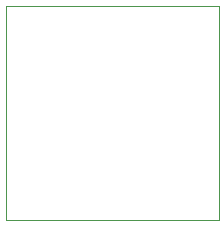
<source format=gbr>
%TF.GenerationSoftware,KiCad,Pcbnew,7.0.5*%
%TF.CreationDate,2023-06-19T13:42:10-05:00*%
%TF.ProjectId,VoidSwitch,566f6964-5377-4697-9463-682e6b696361,rev?*%
%TF.SameCoordinates,Original*%
%TF.FileFunction,Profile,NP*%
%FSLAX46Y46*%
G04 Gerber Fmt 4.6, Leading zero omitted, Abs format (unit mm)*
G04 Created by KiCad (PCBNEW 7.0.5) date 2023-06-19 13:42:10*
%MOMM*%
%LPD*%
G01*
G04 APERTURE LIST*
%TA.AperFunction,Profile*%
%ADD10C,0.100000*%
%TD*%
G04 APERTURE END LIST*
D10*
X139400000Y-87600000D02*
X157400000Y-87600000D01*
X157400000Y-105700000D01*
X139400000Y-105700000D01*
X139400000Y-87600000D01*
M02*

</source>
